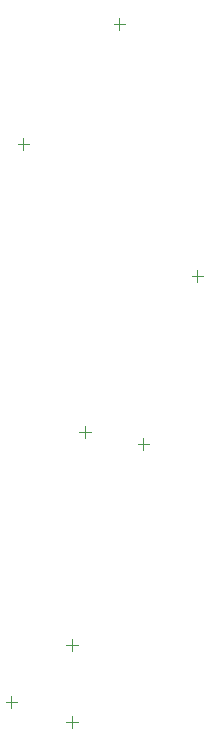
<source format=gbr>
G04*
G04 #@! TF.GenerationSoftware,Altium Limited,Altium Designer,22.4.2 (48)*
G04*
G04 Layer_Color=0*
%FSLAX44Y44*%
%MOMM*%
G71*
G04*
G04 #@! TF.SameCoordinates,FA8E5277-3887-454B-883E-EC14CB0092E5*
G04*
G04*
G04 #@! TF.FilePolarity,Positive*
G04*
G01*
G75*
%ADD42C,0.1000*%
D42*
X739220Y567910D02*
X749220D01*
X744220Y562910D02*
Y572910D01*
X749380Y1040130D02*
X759380D01*
X754380Y1035130D02*
Y1045130D01*
X790220Y615950D02*
X800220D01*
X795220Y610950D02*
Y620950D01*
X790220Y551180D02*
X800220D01*
X795220Y546180D02*
Y556180D01*
X830660Y1141730D02*
X840660D01*
X835660Y1136730D02*
Y1146730D01*
X901700Y923370D02*
Y933370D01*
X896700Y928370D02*
X906700D01*
X850980Y786130D02*
X860980D01*
X855980Y781130D02*
Y791130D01*
X801450Y796510D02*
X811450D01*
X806450Y791510D02*
Y801510D01*
M02*

</source>
